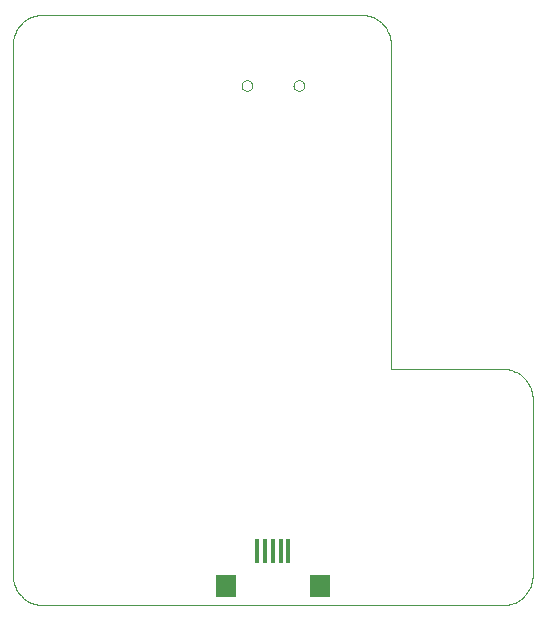
<source format=gtp>
G75*
G70*
%OFA0B0*%
%FSLAX24Y24*%
%IPPOS*%
%LPD*%
%AMOC8*
5,1,8,0,0,1.08239X$1,22.5*
%
%ADD10C,0.0000*%
%ADD11R,0.0157X0.0787*%
%ADD12R,0.0709X0.0748*%
D10*
X001123Y001047D02*
X016445Y001047D01*
X016505Y001049D01*
X016566Y001054D01*
X016625Y001063D01*
X016684Y001076D01*
X016743Y001092D01*
X016800Y001112D01*
X016855Y001135D01*
X016910Y001162D01*
X016962Y001191D01*
X017013Y001224D01*
X017062Y001260D01*
X017108Y001298D01*
X017152Y001340D01*
X017194Y001384D01*
X017232Y001430D01*
X017268Y001479D01*
X017301Y001530D01*
X017330Y001582D01*
X017357Y001637D01*
X017380Y001692D01*
X017400Y001749D01*
X017416Y001808D01*
X017429Y001867D01*
X017438Y001926D01*
X017443Y001987D01*
X017445Y002047D01*
X017445Y007921D01*
X017443Y007981D01*
X017438Y008042D01*
X017429Y008101D01*
X017416Y008160D01*
X017400Y008219D01*
X017380Y008276D01*
X017357Y008331D01*
X017330Y008386D01*
X017301Y008438D01*
X017268Y008489D01*
X017232Y008538D01*
X017194Y008584D01*
X017152Y008628D01*
X017108Y008670D01*
X017062Y008708D01*
X017013Y008744D01*
X016962Y008777D01*
X016910Y008806D01*
X016855Y008833D01*
X016800Y008856D01*
X016743Y008876D01*
X016684Y008892D01*
X016625Y008905D01*
X016566Y008914D01*
X016505Y008919D01*
X016445Y008921D01*
X012721Y008921D01*
X012721Y019732D01*
X012719Y019792D01*
X012714Y019853D01*
X012705Y019912D01*
X012692Y019971D01*
X012676Y020030D01*
X012656Y020087D01*
X012633Y020142D01*
X012606Y020197D01*
X012577Y020249D01*
X012544Y020300D01*
X012508Y020349D01*
X012470Y020395D01*
X012428Y020439D01*
X012384Y020481D01*
X012338Y020519D01*
X012289Y020555D01*
X012238Y020588D01*
X012186Y020617D01*
X012131Y020644D01*
X012076Y020667D01*
X012019Y020687D01*
X011960Y020703D01*
X011901Y020716D01*
X011842Y020725D01*
X011781Y020730D01*
X011721Y020732D01*
X001123Y020732D01*
X001063Y020730D01*
X001002Y020725D01*
X000943Y020716D01*
X000884Y020703D01*
X000825Y020687D01*
X000768Y020667D01*
X000713Y020644D01*
X000658Y020617D01*
X000606Y020588D01*
X000555Y020555D01*
X000506Y020519D01*
X000460Y020481D01*
X000416Y020439D01*
X000374Y020395D01*
X000336Y020349D01*
X000300Y020300D01*
X000267Y020249D01*
X000238Y020197D01*
X000211Y020142D01*
X000188Y020087D01*
X000168Y020030D01*
X000152Y019971D01*
X000139Y019912D01*
X000130Y019853D01*
X000125Y019792D01*
X000123Y019732D01*
X000123Y002047D01*
X000125Y001987D01*
X000130Y001926D01*
X000139Y001867D01*
X000152Y001808D01*
X000168Y001749D01*
X000188Y001692D01*
X000211Y001637D01*
X000238Y001582D01*
X000267Y001530D01*
X000300Y001479D01*
X000336Y001430D01*
X000374Y001384D01*
X000416Y001340D01*
X000460Y001298D01*
X000506Y001260D01*
X000555Y001224D01*
X000606Y001191D01*
X000658Y001162D01*
X000713Y001135D01*
X000768Y001112D01*
X000825Y001092D01*
X000884Y001076D01*
X000943Y001063D01*
X001002Y001054D01*
X001063Y001049D01*
X001123Y001047D01*
X007741Y018370D02*
X007743Y018396D01*
X007749Y018422D01*
X007759Y018447D01*
X007772Y018470D01*
X007788Y018490D01*
X007808Y018508D01*
X007830Y018523D01*
X007853Y018535D01*
X007879Y018543D01*
X007905Y018547D01*
X007931Y018547D01*
X007957Y018543D01*
X007983Y018535D01*
X008007Y018523D01*
X008028Y018508D01*
X008048Y018490D01*
X008064Y018470D01*
X008077Y018447D01*
X008087Y018422D01*
X008093Y018396D01*
X008095Y018370D01*
X008093Y018344D01*
X008087Y018318D01*
X008077Y018293D01*
X008064Y018270D01*
X008048Y018250D01*
X008028Y018232D01*
X008006Y018217D01*
X007983Y018205D01*
X007957Y018197D01*
X007931Y018193D01*
X007905Y018193D01*
X007879Y018197D01*
X007853Y018205D01*
X007829Y018217D01*
X007808Y018232D01*
X007788Y018250D01*
X007772Y018270D01*
X007759Y018293D01*
X007749Y018318D01*
X007743Y018344D01*
X007741Y018370D01*
X009473Y018370D02*
X009475Y018396D01*
X009481Y018422D01*
X009491Y018447D01*
X009504Y018470D01*
X009520Y018490D01*
X009540Y018508D01*
X009562Y018523D01*
X009585Y018535D01*
X009611Y018543D01*
X009637Y018547D01*
X009663Y018547D01*
X009689Y018543D01*
X009715Y018535D01*
X009739Y018523D01*
X009760Y018508D01*
X009780Y018490D01*
X009796Y018470D01*
X009809Y018447D01*
X009819Y018422D01*
X009825Y018396D01*
X009827Y018370D01*
X009825Y018344D01*
X009819Y018318D01*
X009809Y018293D01*
X009796Y018270D01*
X009780Y018250D01*
X009760Y018232D01*
X009738Y018217D01*
X009715Y018205D01*
X009689Y018197D01*
X009663Y018193D01*
X009637Y018193D01*
X009611Y018197D01*
X009585Y018205D01*
X009561Y018217D01*
X009540Y018232D01*
X009520Y018250D01*
X009504Y018270D01*
X009491Y018293D01*
X009481Y018318D01*
X009475Y018344D01*
X009473Y018370D01*
D11*
X009296Y002858D03*
X009040Y002858D03*
X008784Y002858D03*
X008528Y002858D03*
X008272Y002858D03*
D12*
X007209Y001696D03*
X010359Y001696D03*
M02*

</source>
